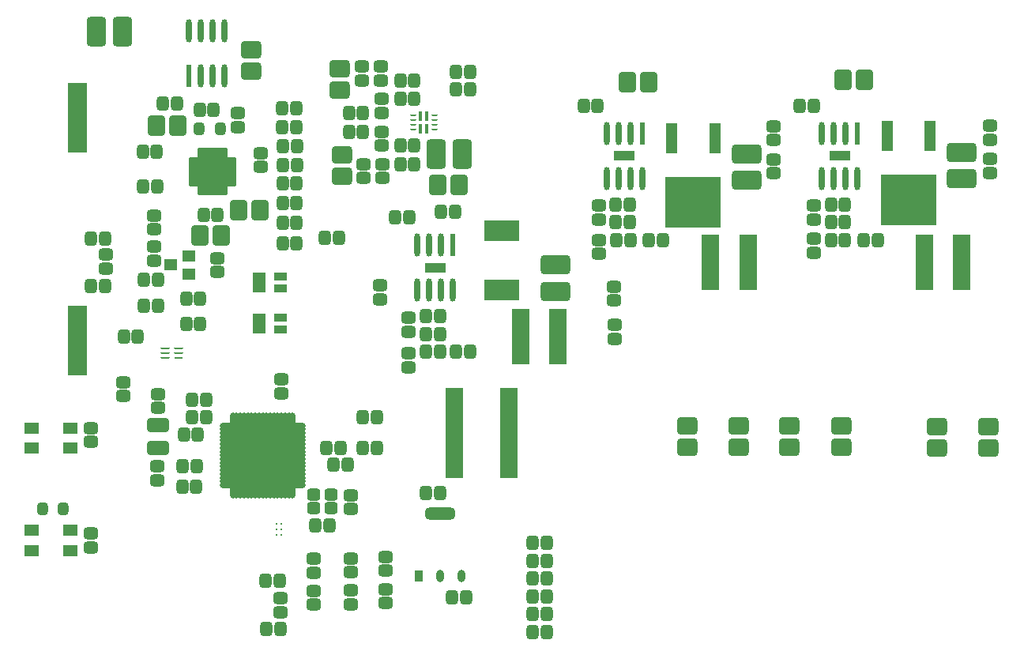
<source format=gbr>
%TF.GenerationSoftware,Altium Limited,Altium Designer,25.6.2 (33)*%
G04 Layer_Color=8421504*
%FSLAX45Y45*%
%MOMM*%
%TF.SameCoordinates,2E975FAE-7BB7-4674-B285-B64E5795C48D*%
%TF.FilePolarity,Positive*%
%TF.FileFunction,Paste,Top*%
%TF.Part,Single*%
G01*
G75*
%TA.AperFunction,SMDPad,CuDef*%
G04:AMPARAMS|DCode=12|XSize=1.3043mm|YSize=3.22213mm|CornerRadius=0.4565mm|HoleSize=0mm|Usage=FLASHONLY|Rotation=90.000|XOffset=0mm|YOffset=0mm|HoleType=Round|Shape=RoundedRectangle|*
%AMROUNDEDRECTD12*
21,1,1.30430,2.30912,0,0,90.0*
21,1,0.39129,3.22213,0,0,90.0*
1,1,0.91301,1.15456,0.19564*
1,1,0.91301,1.15456,-0.19564*
1,1,0.91301,-1.15456,-0.19564*
1,1,0.91301,-1.15456,0.19564*
%
%ADD12ROUNDEDRECTD12*%
G04:AMPARAMS|DCode=13|XSize=1.3043mm|YSize=0.91213mm|CornerRadius=0.45606mm|HoleSize=0mm|Usage=FLASHONLY|Rotation=90.000|XOffset=0mm|YOffset=0mm|HoleType=Round|Shape=RoundedRectangle|*
%AMROUNDEDRECTD13*
21,1,1.30430,0.00000,0,0,90.0*
21,1,0.39217,0.91213,0,0,90.0*
1,1,0.91213,0.00000,0.19608*
1,1,0.91213,0.00000,-0.19608*
1,1,0.91213,0.00000,-0.19608*
1,1,0.91213,0.00000,0.19608*
%
%ADD13ROUNDEDRECTD13*%
%ADD14R,0.91213X1.30430*%
G04:AMPARAMS|DCode=19|XSize=1.05mm|YSize=0.4mm|CornerRadius=0.05mm|HoleSize=0mm|Usage=FLASHONLY|Rotation=270.000|XOffset=0mm|YOffset=0mm|HoleType=Round|Shape=RoundedRectangle|*
%AMROUNDEDRECTD19*
21,1,1.05000,0.30000,0,0,270.0*
21,1,0.95000,0.40000,0,0,270.0*
1,1,0.10000,-0.15000,-0.47500*
1,1,0.10000,-0.15000,0.47500*
1,1,0.10000,0.15000,0.47500*
1,1,0.10000,0.15000,-0.47500*
%
%ADD19ROUNDEDRECTD19*%
G04:AMPARAMS|DCode=20|XSize=0.2mm|YSize=0.6mm|CornerRadius=0.05mm|HoleSize=0mm|Usage=FLASHONLY|Rotation=270.000|XOffset=0mm|YOffset=0mm|HoleType=Round|Shape=RoundedRectangle|*
%AMROUNDEDRECTD20*
21,1,0.20000,0.50000,0,0,270.0*
21,1,0.10000,0.60000,0,0,270.0*
1,1,0.10000,-0.25000,-0.05000*
1,1,0.10000,-0.25000,0.05000*
1,1,0.10000,0.25000,0.05000*
1,1,0.10000,0.25000,-0.05000*
%
%ADD20ROUNDEDRECTD20*%
G04:AMPARAMS|DCode=25|XSize=0.96535mm|YSize=0.23928mm|CornerRadius=0.11964mm|HoleSize=0mm|Usage=FLASHONLY|Rotation=180.000|XOffset=0mm|YOffset=0mm|HoleType=Round|Shape=RoundedRectangle|*
%AMROUNDEDRECTD25*
21,1,0.96535,0.00000,0,0,180.0*
21,1,0.72606,0.23928,0,0,180.0*
1,1,0.23928,-0.36303,0.00000*
1,1,0.23928,0.36303,0.00000*
1,1,0.23928,0.36303,0.00000*
1,1,0.23928,-0.36303,0.00000*
%
%ADD25ROUNDEDRECTD25*%
%ADD26R,0.96535X0.23928*%
%ADD27R,0.62213X2.47407*%
G04:AMPARAMS|DCode=28|XSize=2.47407mm|YSize=0.62213mm|CornerRadius=0.31107mm|HoleSize=0mm|Usage=FLASHONLY|Rotation=270.000|XOffset=0mm|YOffset=0mm|HoleType=Round|Shape=RoundedRectangle|*
%AMROUNDEDRECTD28*
21,1,2.47407,0.00000,0,0,270.0*
21,1,1.85193,0.62213,0,0,270.0*
1,1,0.62213,0.00000,-0.92597*
1,1,0.62213,0.00000,0.92597*
1,1,0.62213,0.00000,0.92597*
1,1,0.62213,0.00000,-0.92597*
%
%ADD28ROUNDEDRECTD28*%
%ADD42R,0.62339X2.47407*%
G04:AMPARAMS|DCode=43|XSize=2.47407mm|YSize=0.62339mm|CornerRadius=0.31169mm|HoleSize=0mm|Usage=FLASHONLY|Rotation=90.000|XOffset=0mm|YOffset=0mm|HoleType=Round|Shape=RoundedRectangle|*
%AMROUNDEDRECTD43*
21,1,2.47407,0.00000,0,0,90.0*
21,1,1.85068,0.62339,0,0,90.0*
1,1,0.62339,0.00000,0.92534*
1,1,0.62339,0.00000,-0.92534*
1,1,0.62339,0.00000,-0.92534*
1,1,0.62339,0.00000,0.92534*
%
%ADD43ROUNDEDRECTD43*%
%TA.AperFunction,NonConductor*%
%ADD107R,0.20000X0.20000*%
%TA.AperFunction,SMDPad,CuDef*%
G04:AMPARAMS|DCode=108|XSize=1.308mm|YSize=1.508mm|CornerRadius=0.354mm|HoleSize=0mm|Usage=FLASHONLY|Rotation=180.000|XOffset=0mm|YOffset=0mm|HoleType=Round|Shape=RoundedRectangle|*
%AMROUNDEDRECTD108*
21,1,1.30800,0.80000,0,0,180.0*
21,1,0.60000,1.50800,0,0,180.0*
1,1,0.70800,-0.30000,0.40000*
1,1,0.70800,0.30000,0.40000*
1,1,0.70800,0.30000,-0.40000*
1,1,0.70800,-0.30000,-0.40000*
%
%ADD108ROUNDEDRECTD108*%
G04:AMPARAMS|DCode=109|XSize=1.308mm|YSize=1.508mm|CornerRadius=0.354mm|HoleSize=0mm|Usage=FLASHONLY|Rotation=270.000|XOffset=0mm|YOffset=0mm|HoleType=Round|Shape=RoundedRectangle|*
%AMROUNDEDRECTD109*
21,1,1.30800,0.80000,0,0,270.0*
21,1,0.60000,1.50800,0,0,270.0*
1,1,0.70800,-0.40000,-0.30000*
1,1,0.70800,-0.40000,0.30000*
1,1,0.70800,0.40000,0.30000*
1,1,0.70800,0.40000,-0.30000*
%
%ADD109ROUNDEDRECTD109*%
%ADD110R,6.90800X6.90800*%
%ADD111O,0.70800X1.50800*%
%ADD112O,1.50800X0.70800*%
%TA.AperFunction,ConnectorPad*%
%ADD113R,1.55800X1.15800*%
%TA.AperFunction,SMDPad,CuDef*%
%ADD114R,1.93800X6.00800*%
G04:AMPARAMS|DCode=115|XSize=2.108mm|YSize=3.208mm|CornerRadius=0.454mm|HoleSize=0mm|Usage=FLASHONLY|Rotation=270.000|XOffset=0mm|YOffset=0mm|HoleType=Round|Shape=RoundedRectangle|*
%AMROUNDEDRECTD115*
21,1,2.10800,2.30000,0,0,270.0*
21,1,1.20000,3.20800,0,0,270.0*
1,1,0.90800,-1.15000,-0.60000*
1,1,0.90800,-1.15000,0.60000*
1,1,0.90800,1.15000,0.60000*
1,1,0.90800,1.15000,-0.60000*
%
%ADD115ROUNDEDRECTD115*%
G04:AMPARAMS|DCode=116|XSize=1.908mm|YSize=2.208mm|CornerRadius=0.429mm|HoleSize=0mm|Usage=FLASHONLY|Rotation=180.000|XOffset=0mm|YOffset=0mm|HoleType=Round|Shape=RoundedRectangle|*
%AMROUNDEDRECTD116*
21,1,1.90800,1.35000,0,0,180.0*
21,1,1.05000,2.20800,0,0,180.0*
1,1,0.85800,-0.52500,0.67500*
1,1,0.85800,0.52500,0.67500*
1,1,0.85800,0.52500,-0.67500*
1,1,0.85800,-0.52500,-0.67500*
%
%ADD116ROUNDEDRECTD116*%
%ADD117R,3.70800X2.22800*%
G04:AMPARAMS|DCode=121|XSize=1.908mm|YSize=2.208mm|CornerRadius=0.429mm|HoleSize=0mm|Usage=FLASHONLY|Rotation=90.000|XOffset=0mm|YOffset=0mm|HoleType=Round|Shape=RoundedRectangle|*
%AMROUNDEDRECTD121*
21,1,1.90800,1.35000,0,0,90.0*
21,1,1.05000,2.20800,0,0,90.0*
1,1,0.85800,0.67500,0.52500*
1,1,0.85800,0.67500,-0.52500*
1,1,0.85800,-0.67500,-0.52500*
1,1,0.85800,-0.67500,0.52500*
%
%ADD121ROUNDEDRECTD121*%
G04:AMPARAMS|DCode=125|XSize=2.108mm|YSize=3.208mm|CornerRadius=0.454mm|HoleSize=0mm|Usage=FLASHONLY|Rotation=0.000|XOffset=0mm|YOffset=0mm|HoleType=Round|Shape=RoundedRectangle|*
%AMROUNDEDRECTD125*
21,1,2.10800,2.30000,0,0,0.0*
21,1,1.20000,3.20800,0,0,0.0*
1,1,0.90800,0.60000,-1.15000*
1,1,0.90800,-0.60000,-1.15000*
1,1,0.90800,-0.60000,1.15000*
1,1,0.90800,0.60000,1.15000*
%
%ADD125ROUNDEDRECTD125*%
G04:AMPARAMS|DCode=126|XSize=1.138mm|YSize=1.338mm|CornerRadius=0.33275mm|HoleSize=0mm|Usage=FLASHONLY|Rotation=0.000|XOffset=0mm|YOffset=0mm|HoleType=Round|Shape=RoundedRectangle|*
%AMROUNDEDRECTD126*
21,1,1.13800,0.67250,0,0,0.0*
21,1,0.47250,1.33800,0,0,0.0*
1,1,0.66550,0.23625,-0.33625*
1,1,0.66550,-0.23625,-0.33625*
1,1,0.66550,-0.23625,0.33625*
1,1,0.66550,0.23625,0.33625*
%
%ADD126ROUNDEDRECTD126*%
%ADD127R,1.40800X1.30800*%
%ADD128R,1.85800X0.90800*%
%ADD129R,1.85800X1.10800*%
%ADD130R,1.30800X3.20800*%
%ADD131R,6.00800X5.50800*%
G04:AMPARAMS|DCode=132|XSize=1.508mm|YSize=2.308mm|CornerRadius=0.304mm|HoleSize=0mm|Usage=FLASHONLY|Rotation=90.000|XOffset=0mm|YOffset=0mm|HoleType=Round|Shape=RoundedRectangle|*
%AMROUNDEDRECTD132*
21,1,1.50800,1.70000,0,0,90.0*
21,1,0.90000,2.30800,0,0,90.0*
1,1,0.60800,0.85000,0.45000*
1,1,0.60800,0.85000,-0.45000*
1,1,0.60800,-0.85000,-0.45000*
1,1,0.60800,-0.85000,0.45000*
%
%ADD132ROUNDEDRECTD132*%
%ADD133R,1.40800X0.90800*%
%TA.AperFunction,NonConductor*%
%ADD144R,2.21079X1.13579*%
%TA.AperFunction,SMDPad,CuDef*%
%ADD145R,2.00800X1.10800*%
%ADD146R,2.00800X0.80800*%
%ADD147R,3.25800X3.25800*%
G04:AMPARAMS|DCode=148|XSize=0.758mm|YSize=1.258mm|CornerRadius=0.3165mm|HoleSize=0mm|Usage=FLASHONLY|Rotation=180.000|XOffset=0mm|YOffset=0mm|HoleType=Round|Shape=RoundedRectangle|*
%AMROUNDEDRECTD148*
21,1,0.75800,0.62500,0,0,180.0*
21,1,0.12500,1.25800,0,0,180.0*
1,1,0.63300,-0.06250,0.31250*
1,1,0.63300,0.06250,0.31250*
1,1,0.63300,0.06250,-0.31250*
1,1,0.63300,-0.06250,-0.31250*
%
%ADD148ROUNDEDRECTD148*%
G04:AMPARAMS|DCode=149|XSize=0.758mm|YSize=1.258mm|CornerRadius=0.3165mm|HoleSize=0mm|Usage=FLASHONLY|Rotation=270.000|XOffset=0mm|YOffset=0mm|HoleType=Round|Shape=RoundedRectangle|*
%AMROUNDEDRECTD149*
21,1,0.75800,0.62500,0,0,270.0*
21,1,0.12500,1.25800,0,0,270.0*
1,1,0.63300,-0.31250,-0.06250*
1,1,0.63300,-0.31250,0.06250*
1,1,0.63300,0.31250,0.06250*
1,1,0.63300,0.31250,-0.06250*
%
%ADD149ROUNDEDRECTD149*%
%TA.AperFunction,TestPad*%
G04:AMPARAMS|DCode=150|XSize=1.408mm|YSize=1.308mm|CornerRadius=0.294mm|HoleSize=0mm|Usage=FLASHONLY|Rotation=0.000|XOffset=0mm|YOffset=0mm|HoleType=Round|Shape=RoundedRectangle|*
%AMROUNDEDRECTD150*
21,1,1.40800,0.72000,0,0,0.0*
21,1,0.82000,1.30800,0,0,0.0*
1,1,0.58800,0.41000,-0.36000*
1,1,0.58800,-0.41000,-0.36000*
1,1,0.58800,-0.41000,0.36000*
1,1,0.58800,0.41000,0.36000*
%
%ADD150ROUNDEDRECTD150*%
D12*
X4555000Y627853D02*
D03*
D13*
X4784000Y-41146D02*
D03*
X4555000D02*
D03*
D14*
X4326000D02*
D03*
D19*
X4414912Y4885871D02*
D03*
X4344912D02*
D03*
Y4750871D02*
D03*
X4414912D02*
D03*
D20*
X4264912Y4893371D02*
D03*
Y4843371D02*
D03*
Y4793371D02*
D03*
Y4743371D02*
D03*
X4494912Y4893371D02*
D03*
Y4843371D02*
D03*
Y4793371D02*
D03*
Y4743371D02*
D03*
D25*
X1611356Y2295000D02*
D03*
Y2345000D02*
D03*
Y2395000D02*
D03*
X1752069D02*
D03*
Y2345000D02*
D03*
D26*
Y2295000D02*
D03*
D27*
X4693560Y3504166D02*
D03*
X6720500Y4701607D02*
D03*
X9030500D02*
D03*
D28*
X4566560Y3504166D02*
D03*
X4439560D02*
D03*
X4312560D02*
D03*
Y3020953D02*
D03*
X4439560D02*
D03*
X4566560D02*
D03*
X4693560D02*
D03*
X6593500Y4701607D02*
D03*
X6466500D02*
D03*
X6339500D02*
D03*
Y4218393D02*
D03*
X6466500D02*
D03*
X6593500D02*
D03*
X6720500D02*
D03*
X8903500Y4701607D02*
D03*
X8776500D02*
D03*
X8649500D02*
D03*
Y4218393D02*
D03*
X8776500D02*
D03*
X8903500D02*
D03*
X9030500D02*
D03*
D42*
X1862481Y5314745D02*
D03*
D43*
X1989481D02*
D03*
X2116481D02*
D03*
X2243481D02*
D03*
Y5797958D02*
D03*
X2116481D02*
D03*
X1989481D02*
D03*
X1862481D02*
D03*
D107*
X2806283Y401736D02*
D03*
Y460436D02*
D03*
Y519136D02*
D03*
X2856283Y401736D02*
D03*
Y460436D02*
D03*
Y519136D02*
D03*
D108*
X4555000Y850000D02*
D03*
X4405000D02*
D03*
X4835000Y-270000D02*
D03*
X4685000D02*
D03*
X3878662Y1331139D02*
D03*
X3728662D02*
D03*
X3875000Y1658639D02*
D03*
X3725000D02*
D03*
X4555000Y2550000D02*
D03*
X4405000D02*
D03*
X4555000Y2360000D02*
D03*
X4405000D02*
D03*
X4555000Y2740000D02*
D03*
X4405000D02*
D03*
X4074912Y3804750D02*
D03*
X4224912D02*
D03*
X4875000Y2360000D02*
D03*
X4725000D02*
D03*
X4717500Y3857500D02*
D03*
X4567500D02*
D03*
X4129912Y5268371D02*
D03*
X4279912D02*
D03*
X4129912Y5068371D02*
D03*
X4279912D02*
D03*
X1734912Y5020371D02*
D03*
X1584912D02*
D03*
X1979912Y4950371D02*
D03*
X2129912D02*
D03*
X2172412Y3830371D02*
D03*
X2022412D02*
D03*
X1985000Y2926500D02*
D03*
X1835000D02*
D03*
X1985000Y2662500D02*
D03*
X1835000D02*
D03*
X1384056Y2850000D02*
D03*
X1534056D02*
D03*
X1384056Y3130000D02*
D03*
X1534056D02*
D03*
X1519577Y4505371D02*
D03*
X1369577D02*
D03*
X1525968Y4131589D02*
D03*
X1375968D02*
D03*
X3014912Y4972871D02*
D03*
X2864912D02*
D03*
X3017413Y4163789D02*
D03*
X2867413D02*
D03*
X2864912Y4765371D02*
D03*
X3014912D02*
D03*
X2867412Y3951289D02*
D03*
X3017412D02*
D03*
X3019912Y4567871D02*
D03*
X2869912D02*
D03*
X3017412Y3741288D02*
D03*
X2867412D02*
D03*
X2869912Y4362872D02*
D03*
X3019912D02*
D03*
X2867412Y3526289D02*
D03*
X3017412D02*
D03*
X5550000Y-640000D02*
D03*
X5700000D02*
D03*
X5550000Y-450000D02*
D03*
X5700000D02*
D03*
X5550000Y-260000D02*
D03*
X5700000D02*
D03*
X5550000Y-70000D02*
D03*
X5700000D02*
D03*
X5550000Y120000D02*
D03*
X5700000D02*
D03*
X5550000Y310000D02*
D03*
X5700000D02*
D03*
X2842654Y-610006D02*
D03*
X2692654D02*
D03*
X2837653Y-93636D02*
D03*
X2687654D02*
D03*
X4129912Y4568371D02*
D03*
X4279912D02*
D03*
Y4368371D02*
D03*
X4129912D02*
D03*
X3324383Y3580000D02*
D03*
X3474383D02*
D03*
X3729912Y4718371D02*
D03*
X3579912D02*
D03*
X4730000Y5170000D02*
D03*
X4880000D02*
D03*
X4730000Y5360000D02*
D03*
X4880000D02*
D03*
X3729912Y4918371D02*
D03*
X3579912D02*
D03*
X6795000Y3560000D02*
D03*
X6945000D02*
D03*
X9097683D02*
D03*
X9247683D02*
D03*
X6445000D02*
D03*
X6595000D02*
D03*
X8745000D02*
D03*
X8895000D02*
D03*
X6243917Y5000000D02*
D03*
X6093917D02*
D03*
X6440000Y3750000D02*
D03*
X6590000D02*
D03*
X6440000Y3940000D02*
D03*
X6590000D02*
D03*
X8560000Y4991953D02*
D03*
X8410000D02*
D03*
X8745000Y3750000D02*
D03*
X8895000D02*
D03*
X8745000Y3940000D02*
D03*
X8895000D02*
D03*
X3337382Y1331139D02*
D03*
X3487382D02*
D03*
X2048695Y1658639D02*
D03*
X1898695D02*
D03*
X2048695Y1844138D02*
D03*
X1898695D02*
D03*
X3416264Y1148132D02*
D03*
X3566264D02*
D03*
X1942412Y916138D02*
D03*
X1792412D02*
D03*
X1949840Y1131138D02*
D03*
X1799840D02*
D03*
X3221173Y504188D02*
D03*
X3371173D02*
D03*
X1961086Y1476139D02*
D03*
X1811086D02*
D03*
X964911Y3572522D02*
D03*
X814912D02*
D03*
X964911Y3066250D02*
D03*
X814912D02*
D03*
X1167263Y2525000D02*
D03*
X1317263D02*
D03*
D109*
X10450000Y4632435D02*
D03*
Y4782435D02*
D03*
X8130000Y4628393D02*
D03*
Y4778393D02*
D03*
X6425000Y2650000D02*
D03*
Y2500000D02*
D03*
X3204251Y-5163D02*
D03*
Y144837D02*
D03*
X3973156Y164837D02*
D03*
Y14837D02*
D03*
X3596173Y148583D02*
D03*
Y-1417D02*
D03*
X3973156Y-183746D02*
D03*
Y-333746D02*
D03*
X3199847Y-199054D02*
D03*
Y-349054D02*
D03*
X3596173Y-195308D02*
D03*
Y-345308D02*
D03*
X813706Y1544680D02*
D03*
Y1394680D02*
D03*
X4218127Y2345000D02*
D03*
Y2195000D02*
D03*
X4220000Y2575000D02*
D03*
Y2725000D02*
D03*
X1494912Y3485372D02*
D03*
Y3335372D02*
D03*
Y3821289D02*
D03*
Y3671289D02*
D03*
X3924912Y5268371D02*
D03*
Y5418371D02*
D03*
X3934912Y4373371D02*
D03*
Y4223371D02*
D03*
X2634912Y4340372D02*
D03*
Y4490372D02*
D03*
X3714912Y5268371D02*
D03*
Y5418371D02*
D03*
X2384912Y4770372D02*
D03*
Y4920372D02*
D03*
X2172412Y3215372D02*
D03*
Y3365371D02*
D03*
X2842656Y-428615D02*
D03*
Y-278615D02*
D03*
X3734912Y4223371D02*
D03*
Y4373371D02*
D03*
X3929912Y4568371D02*
D03*
Y4718371D02*
D03*
Y5068371D02*
D03*
Y4918371D02*
D03*
X6260000Y3410000D02*
D03*
Y3560000D02*
D03*
X8560000Y3422440D02*
D03*
Y3572440D02*
D03*
X6260000Y3925000D02*
D03*
Y3775000D02*
D03*
X8560000Y3925000D02*
D03*
Y3775000D02*
D03*
X2856283Y1916645D02*
D03*
Y2066645D02*
D03*
X10450000Y4280000D02*
D03*
Y4430000D02*
D03*
X8130000Y4272440D02*
D03*
Y4422440D02*
D03*
X6419484Y3060000D02*
D03*
Y2910000D02*
D03*
X817212Y414188D02*
D03*
Y264188D02*
D03*
X3596173Y824137D02*
D03*
Y674137D02*
D03*
X1534057Y1758613D02*
D03*
Y1908613D02*
D03*
X1527545Y1131138D02*
D03*
Y981138D02*
D03*
X972712Y3400660D02*
D03*
Y3250660D02*
D03*
X1160000Y2035000D02*
D03*
Y1885000D02*
D03*
X3914912Y3075000D02*
D03*
Y2925000D02*
D03*
D110*
X2656283Y1251138D02*
D03*
D111*
X2336283Y1638639D02*
D03*
X2376283D02*
D03*
X2416283D02*
D03*
X2456283D02*
D03*
X2496283D02*
D03*
X2536283D02*
D03*
X2576283D02*
D03*
X2616283D02*
D03*
X2656283D02*
D03*
X2696283D02*
D03*
X2736283D02*
D03*
X2776283D02*
D03*
X2816283D02*
D03*
X2856283D02*
D03*
X2896283D02*
D03*
X2936283D02*
D03*
X2976283D02*
D03*
Y863639D02*
D03*
X2936283D02*
D03*
X2896283D02*
D03*
X2856283D02*
D03*
X2816283D02*
D03*
X2776283D02*
D03*
X2736283D02*
D03*
X2696283D02*
D03*
X2656283D02*
D03*
X2616283D02*
D03*
X2576283D02*
D03*
X2536283D02*
D03*
X2496283D02*
D03*
X2456283D02*
D03*
X2416283D02*
D03*
X2376283D02*
D03*
X2336283D02*
D03*
D112*
X3043783Y1571139D02*
D03*
Y1531139D02*
D03*
Y1491138D02*
D03*
Y1451139D02*
D03*
Y1411139D02*
D03*
Y1371138D02*
D03*
Y1331139D02*
D03*
Y1291139D02*
D03*
Y1251138D02*
D03*
Y1211139D02*
D03*
Y1171139D02*
D03*
Y1131139D02*
D03*
Y1091139D02*
D03*
Y1051139D02*
D03*
Y1011139D02*
D03*
Y971139D02*
D03*
Y931139D02*
D03*
X2268783D02*
D03*
Y971139D02*
D03*
Y1011139D02*
D03*
Y1051139D02*
D03*
Y1091139D02*
D03*
Y1131139D02*
D03*
Y1171139D02*
D03*
Y1211139D02*
D03*
Y1251138D02*
D03*
Y1291139D02*
D03*
Y1331139D02*
D03*
Y1371138D02*
D03*
Y1411139D02*
D03*
Y1451139D02*
D03*
Y1491138D02*
D03*
Y1531139D02*
D03*
Y1571139D02*
D03*
D113*
X179913Y1541138D02*
D03*
X594912D02*
D03*
X179913Y1326139D02*
D03*
X594912D02*
D03*
X179913Y445409D02*
D03*
X594912D02*
D03*
X179913Y230409D02*
D03*
X594912D02*
D03*
D114*
X5822000Y2520000D02*
D03*
X5418000D02*
D03*
X7456000Y3320000D02*
D03*
X7860000D02*
D03*
X9744280D02*
D03*
X10148280D02*
D03*
D115*
X5790000Y3010000D02*
D03*
Y3290000D02*
D03*
X7840000Y4480000D02*
D03*
Y4200000D02*
D03*
X10148280Y4498393D02*
D03*
Y4218393D02*
D03*
D116*
X4528200Y4148371D02*
D03*
X4756800D02*
D03*
X8872640Y5276323D02*
D03*
X9101240D02*
D03*
X6562640Y5252500D02*
D03*
X6791240D02*
D03*
X1520612Y4785371D02*
D03*
X1749212D02*
D03*
X1983112Y3605371D02*
D03*
X2211712D02*
D03*
X2629212Y3880371D02*
D03*
X2400612D02*
D03*
D117*
X5220000Y3020000D02*
D03*
Y3660000D02*
D03*
D121*
X2530000Y5594300D02*
D03*
Y5365700D02*
D03*
X3484912Y5396971D02*
D03*
Y5168371D02*
D03*
X10435183Y1562569D02*
D03*
Y1333969D02*
D03*
X9885183Y1562569D02*
D03*
Y1333969D02*
D03*
X8853904Y1565952D02*
D03*
Y1337352D02*
D03*
X8301587Y1569696D02*
D03*
Y1341096D02*
D03*
X7753904Y1565952D02*
D03*
Y1337352D02*
D03*
X7203904Y1570951D02*
D03*
Y1342351D02*
D03*
X3504912Y4468371D02*
D03*
Y4239771D02*
D03*
D125*
X1149912Y5795371D02*
D03*
X869912D02*
D03*
X4790000Y4480019D02*
D03*
X4510000D02*
D03*
D126*
X2198912Y4750371D02*
D03*
X1975912D02*
D03*
X518956Y680688D02*
D03*
X295956D02*
D03*
D127*
X1867412Y3195372D02*
D03*
Y3385371D02*
D03*
X1667412Y3290372D02*
D03*
D128*
X4707499Y1264137D02*
D03*
Y1199137D02*
D03*
Y1134137D02*
D03*
Y1329138D02*
D03*
Y1394138D02*
D03*
X5292499D02*
D03*
Y1329138D02*
D03*
Y1134137D02*
D03*
Y1199137D02*
D03*
Y1264137D02*
D03*
Y1459138D02*
D03*
Y1524138D02*
D03*
Y1589138D02*
D03*
Y1654138D02*
D03*
Y1849139D02*
D03*
Y1784138D02*
D03*
Y1719138D02*
D03*
X4707499D02*
D03*
Y1784138D02*
D03*
Y1849139D02*
D03*
Y1654138D02*
D03*
Y1589138D02*
D03*
Y1524138D02*
D03*
Y1459138D02*
D03*
D129*
X5292499Y1059137D02*
D03*
Y1924138D02*
D03*
X4707499D02*
D03*
Y1059137D02*
D03*
D130*
X7500000Y4645000D02*
D03*
X7040000D02*
D03*
X9810000Y4670000D02*
D03*
X9350000D02*
D03*
D131*
X7270000Y3960000D02*
D03*
X9580000Y3985000D02*
D03*
D132*
X1534057Y1326139D02*
D03*
Y1576139D02*
D03*
D133*
X2618313Y3166250D02*
D03*
Y3101250D02*
D03*
Y3036250D02*
D03*
X2843313D02*
D03*
Y3166250D02*
D03*
X2618313Y2727500D02*
D03*
Y2662500D02*
D03*
Y2597500D02*
D03*
X2843313D02*
D03*
Y2727500D02*
D03*
D144*
X4503051Y3262551D02*
D03*
X6530024Y4459972D02*
D03*
X8840009Y4459965D02*
D03*
D145*
X669912Y5110372D02*
D03*
Y5190372D02*
D03*
Y4550371D02*
D03*
Y4630371D02*
D03*
X669913Y2720000D02*
D03*
Y2800000D02*
D03*
Y2160000D02*
D03*
Y2240000D02*
D03*
D146*
X669912Y5045371D02*
D03*
Y4995372D02*
D03*
Y4945372D02*
D03*
Y4695372D02*
D03*
Y4745372D02*
D03*
Y4795371D02*
D03*
Y4845372D02*
D03*
Y4895371D02*
D03*
X669913Y2655000D02*
D03*
Y2605000D02*
D03*
Y2555000D02*
D03*
Y2305000D02*
D03*
Y2355000D02*
D03*
Y2405000D02*
D03*
Y2455000D02*
D03*
Y2505000D02*
D03*
D147*
X2116481Y4290372D02*
D03*
D148*
X2241481Y4095372D02*
D03*
X2191481D02*
D03*
X2141481D02*
D03*
X2091481D02*
D03*
X2041481D02*
D03*
X1991481D02*
D03*
Y4485372D02*
D03*
X2041481D02*
D03*
X2091481D02*
D03*
X2141481D02*
D03*
X2191481D02*
D03*
X2241481D02*
D03*
D149*
X1921481Y4165372D02*
D03*
Y4215372D02*
D03*
Y4265371D02*
D03*
Y4315372D02*
D03*
Y4365372D02*
D03*
Y4415372D02*
D03*
X2311481D02*
D03*
Y4365372D02*
D03*
Y4315372D02*
D03*
Y4265371D02*
D03*
Y4215372D02*
D03*
Y4165372D02*
D03*
D150*
X3203673Y683541D02*
D03*
X3388673D02*
D03*
X3203673Y828541D02*
D03*
X3388673D02*
D03*
%TF.MD5,e78df2993d753a0786d1222c8259fc73*%
M02*

</source>
